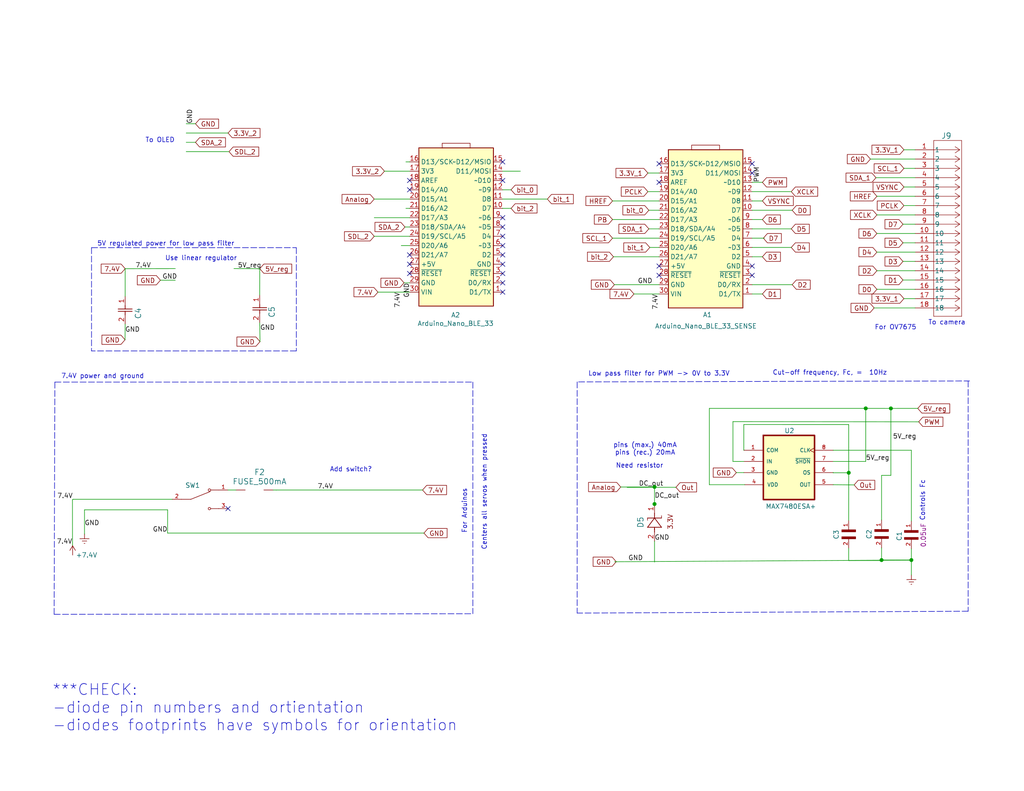
<source format=kicad_sch>
(kicad_sch (version 20231120) (generator "eeschema") (generator_version "8.0")
  (paper "USLetter")
  (lib_symbols
    (symbol "RobotLibrary:+7.4V" (power) (pin_names (offset 0))
      (property "Value" "+7.4V" (at 0 3.556 0))
      (symbol "+7.4V_0_1"
        (polyline (pts (xy -0.762 1.27) (xy 0 2.54)))
        (polyline (pts (xy 0 0) (xy 0 2.54)))
        (polyline (pts (xy 0 2.54) (xy 0.762 1.27)))
      )
      (symbol "+7.4V_1_1"
        (pin power_in line (at 0 0 90) (length 0) hide (name "+9.0V") (number "1"))
      )
    )
    (symbol "RobotSymLib:12065C503JAT2A" (pin_names (offset 1.016))
      (property "Reference" "C" (at 0 3.8109 0))
      (property "Value" "12065C503JAT2A" (at 0 -5.0885 0))
      (symbol "12065C503JAT2A_0_0"
        (rectangle (start 0 -1.9069) (end 0.635 1.905) (stroke (width 0.1)) (fill (type outline)))
        (rectangle (start 1.9069 -1.9069) (end 2.54 1.905) (stroke (width 0.1)) (fill (type outline)))
        (pin passive line (at -2.54 0 0) (length 2.54) (name "~") (number "1"))
        (pin passive line (at 5.08 0 180) (length 2.54) (name "~") (number "2"))
      )
    )
    (symbol "RobotSymLib:12102C104KAT2A" (pin_names (offset 1.016))
      (property "Reference" "C" (at 0 3.8109 0))
      (property "Value" "12102C104KAT2A" (at 0 -5.0885 0))
      (symbol "12102C104KAT2A_0_0"
        (rectangle (start 0 -1.9069) (end 0.635 1.905) (stroke (width 0.1)) (fill (type outline)))
        (rectangle (start 1.9069 -1.9069) (end 2.54 1.905) (stroke (width 0.1)) (fill (type outline)))
        (pin passive line (at -2.54 0 0) (length 2.54) (name "~") (number "1"))
        (pin passive line (at 5.08 0 180) (length 2.54) (name "~") (number "2"))
      )
    )
    (symbol "RobotSymLib:500SSP1S2M2QEA" (pin_names (offset 1.016))
      (property "Reference" "SW" (at -2.54 5.08 0))
      (property "Value" "500SSP1S2M2QEA" (at -2.54 -5.08 0))
      (symbol "500SSP1S2M2QEA_0_0"
        (polyline (pts (xy -2.54 0) (xy -5.08 0)) (stroke (width 0.1524)))
        (polyline (pts (xy -2.54 0) (xy 2.794 2.1336)) (stroke (width 0.1524)))
        (polyline (pts (xy 5.08 -2.54) (xy 2.921 -2.54)) (stroke (width 0.1524)))
        (polyline (pts (xy 5.08 2.54) (xy 2.921 2.54)) (stroke (width 0.1524)))
        (circle (center 2.54 -2.54) (radius 0.3302) (stroke (width 0.1524)))
        (circle (center 2.54 2.54) (radius 0.3302) (stroke (width 0.1524)))
        (pin passive line (at 7.62 2.54 180) (length 2.54) (name "~") (number "1"))
        (pin passive line (at -7.62 0 0) (length 2.54) (name "~") (number "2"))
        (pin passive line (at 7.62 -2.54 180) (length 2.54) (name "~") (number "3"))
      )
    )
    (symbol "RobotSymLib:Arduino_BLE_33"
      (property "Reference" "A1" (at 0 25.654 0))
      (property "Value" "Arduino_BLE_33" (at 0 23.622 0))
      (symbol "Arduino_BLE_33_0_1"
        (rectangle (start -10.16 22.86) (end 10.16 -20.32) (stroke (width 0.254)) (fill (type background)))
        (rectangle (start -3.81 -20.32) (end 3.81 -21.59))
      )
      (symbol "Arduino_BLE_33_1_1"
        (pin bidirectional line (at -12.7 19.05 0) (length 2.54) (name "D1/TX") (number "1"))
        (pin bidirectional line (at -12.7 -3.81 0) (length 2.54) (name "D7") (number "10"))
        (pin bidirectional line (at -12.7 -6.35 0) (length 2.54) (name "D8") (number "11"))
        (pin bidirectional line (at -12.7 -8.89 0) (length 2.54) (name "~D9") (number "12"))
        (pin bidirectional line (at -12.7 -11.43 0) (length 2.54) (name "~D10") (number "13"))
        (pin bidirectional line (at -12.7 -13.97 0) (length 2.54) (name "D11/MOSI") (number "14"))
        (pin bidirectional line (at -12.7 -16.51 0) (length 2.54) (name "~D12/MSIO") (number "15"))
        (pin bidirectional line (at 12.7 -16.51 180) (length 2.54) (name "D13/SCK") (number "16"))
        (pin power_out line (at 12.7 -13.97 180) (length 2.54) (name "3V3") (number "17"))
        (pin input line (at 12.7 -11.43 180) (length 2.54) (name "AREF") (number "18"))
        (pin bidirectional line (at 12.7 -8.89 180) (length 2.54) (name "D14/A0") (number "19"))
        (pin bidirectional line (at -12.7 16.51 0) (length 2.54) (name "D0/RX") (number "2"))
        (pin bidirectional line (at 12.7 -6.35 180) (length 2.54) (name "D15/A1") (number "20"))
        (pin bidirectional line (at 12.7 -3.81 180) (length 2.54) (name "D16/A2") (number "21"))
        (pin bidirectional line (at 12.7 -1.27 180) (length 2.54) (name "D17/A3") (number "22"))
        (pin bidirectional line (at 12.7 1.27 180) (length 2.54) (name "D18/SDA/A4") (number "23"))
        (pin bidirectional line (at 12.7 3.81 180) (length 2.54) (name "D19/SCL/A5") (number "24"))
        (pin bidirectional line (at 12.7 6.35 180) (length 2.54) (name "D20/A6") (number "25"))
        (pin bidirectional line (at 12.7 8.89 180) (length 2.54) (name "D21/A7") (number "26"))
        (pin power_out line (at 12.7 11.43 180) (length 2.54) (name "+5V") (number "27"))
        (pin input line (at 12.7 13.97 180) (length 2.54) (name "~{RESET}") (number "28"))
        (pin power_in line (at 12.7 16.51 180) (length 2.54) (name "GND") (number "29"))
        (pin input line (at -12.7 13.97 0) (length 2.54) (name "~{RESET}") (number "3"))
        (pin power_in line (at 12.7 19.05 180) (length 2.54) (name "VIN") (number "30"))
        (pin power_in line (at -12.7 11.43 0) (length 2.54) (name "GND") (number "4"))
        (pin bidirectional line (at -12.7 8.89 0) (length 2.54) (name "D2") (number "5"))
        (pin bidirectional line (at -12.7 6.35 0) (length 2.54) (name "~D3") (number "6"))
        (pin bidirectional line (at -12.7 3.81 0) (length 2.54) (name "D4") (number "7"))
        (pin bidirectional line (at -12.7 1.27 0) (length 2.54) (name "~D5") (number "8"))
        (pin bidirectional line (at -12.7 -1.27 0) (length 2.54) (name "~D6") (number "9"))
      )
    )
    (symbol "RobotSymLib:BZT52C3V3-7-F" (pin_names (offset 0.254))
      (property "Reference" "CR" (at 5.08 4.445 0))
      (property "Value" "BZT52C3V3-7-F" (at 6.731 -7.239 0))
      (symbol "BZT52C3V3-7-F_0_0"
        (polyline (pts (xy 5.715 1.905) (xy 6.35 1.905)))
        (polyline (pts (xy 6.35 -1.905) (xy 6.985 -1.905)))
        (text "3.3V" (at 5.334 -4.318 0) (effects (font (size 1.27 1.27))))
      )
      (symbol "BZT52C3V3-7-F_1_1"
        (polyline (pts (xy 2.54 0) (xy 3.4798 0)) (stroke (width 0.2032)))
        (polyline (pts (xy 3.175 0) (xy 3.81 0)) (stroke (width 0.2032)))
        (polyline (pts (xy 3.81 -1.905) (xy 6.35 0)) (stroke (width 0.2032)))
        (polyline (pts (xy 3.81 1.905) (xy 3.81 -1.905)) (stroke (width 0.2032)))
        (polyline (pts (xy 6.35 -1.905) (xy 6.35 1.905)) (stroke (width 0.2032)))
        (polyline (pts (xy 6.35 0) (xy 3.81 1.905)) (stroke (width 0.2032)))
        (polyline (pts (xy 6.35 0) (xy 7.62 0)) (stroke (width 0.2032)))
        (pin unspecified line (at 10.16 0 180) (length 2.54) (name "") (number "1"))
        (pin unspecified line (at 0 0 0) (length 2.54) (name "") (number "2"))
      )
      (symbol "BZT52C3V3-7-F_1_2"
        (polyline (pts (xy -1.905 3.81) (xy 1.905 3.81)) (stroke (width 0.2032)))
        (polyline (pts (xy 0 2.54) (xy 0 3.4798)) (stroke (width 0.2032)))
        (polyline (pts (xy 0 3.175) (xy 0 3.81)) (stroke (width 0.2032)))
        (polyline (pts (xy 0 6.35) (xy -1.905 3.81)) (stroke (width 0.2032)))
        (polyline (pts (xy 0 6.35) (xy 0 7.62)) (stroke (width 0.2032)))
        (polyline (pts (xy 1.905 3.81) (xy 0 6.35)) (stroke (width 0.2032)))
        (polyline (pts (xy 1.905 6.35) (xy -1.905 6.35)) (stroke (width 0.2032)))
        (pin unspecified line (at 0 10.16 270) (length 2.54) (name "") (number "1"))
        (pin unspecified line (at 0 0 90) (length 2.54) (name "") (number "2"))
      )
    )
    (symbol "RobotSymLib:CL32A106KAULNNE" (pin_names (offset 0.254))
      (property "Reference" "C" (at 3.81 3.81 0))
      (property "Value" "CL32A106KAULNNE" (at 3.81 -3.81 0))
      (symbol "CL32A106KAULNNE_1_1"
        (polyline (pts (xy 2.54 0) (xy 3.4798 0)) (stroke (width 0.2032)))
        (polyline (pts (xy 3.4798 -1.905) (xy 3.4798 1.905)) (stroke (width 0.2032)))
        (polyline (pts (xy 4.1148 -1.905) (xy 4.1148 1.905)) (stroke (width 0.2032)))
        (polyline (pts (xy 4.1148 0) (xy 5.08 0)) (stroke (width 0.2032)))
        (pin unspecified line (at 0 0 0) (length 2.54) (name "") (number "1"))
        (pin unspecified line (at 7.62 0 180) (length 2.54) (name "") (number "2"))
      )
      (symbol "CL32A106KAULNNE_1_2"
        (polyline (pts (xy -1.905 -4.1148) (xy 1.905 -4.1148)) (stroke (width 0.2032)))
        (polyline (pts (xy -1.905 -3.4798) (xy 1.905 -3.4798)) (stroke (width 0.2032)))
        (polyline (pts (xy 0 -4.1148) (xy 0 -5.08)) (stroke (width 0.2032)))
        (polyline (pts (xy 0 -2.54) (xy 0 -3.4798)) (stroke (width 0.2032)))
        (pin unspecified line (at 0 0 270) (length 2.54) (name "") (number "1"))
        (pin unspecified line (at 0 -7.62 90) (length 2.54) (name "") (number "2"))
      )
    )
    (symbol "RobotSymLib:CL32B475KBUYNNE" (pin_names (offset 0.254))
      (property "Reference" "C" (at 3.81 3.81 0))
      (property "Value" "CL32B475KBUYNNE" (at 3.81 -3.81 0))
      (symbol "CL32B475KBUYNNE_1_1"
        (polyline (pts (xy 2.54 0) (xy 3.4798 0)) (stroke (width 0.2032)))
        (polyline (pts (xy 3.4798 -1.905) (xy 3.4798 1.905)) (stroke (width 0.2032)))
        (polyline (pts (xy 4.1148 -1.905) (xy 4.1148 1.905)) (stroke (width 0.2032)))
        (polyline (pts (xy 4.1148 0) (xy 5.08 0)) (stroke (width 0.2032)))
        (pin unspecified line (at 0 0 0) (length 2.54) (name "") (number "1"))
        (pin unspecified line (at 7.62 0 180) (length 2.54) (name "") (number "2"))
      )
      (symbol "CL32B475KBUYNNE_1_2"
        (polyline (pts (xy -1.905 -4.1148) (xy 1.905 -4.1148)) (stroke (width 0.2032)))
        (polyline (pts (xy -1.905 -3.4798) (xy 1.905 -3.4798)) (stroke (width 0.2032)))
        (polyline (pts (xy 0 -4.1148) (xy 0 -5.08)) (stroke (width 0.2032)))
        (polyline (pts (xy 0 -2.54) (xy 0 -3.4798)) (stroke (width 0.2032)))
        (pin unspecified line (at 0 0 270) (length 2.54) (name "") (number "1"))
        (pin unspecified line (at 0 -7.62 90) (length 2.54) (name "") (number "2"))
      )
    )
    (symbol "RobotSymLib:GNDREF" (power) (pin_names (offset 0))
      (property "Value" "GNDREF" (at 0 -3.81 0))
      (symbol "GNDREF_0_1"
        (polyline (pts (xy -0.635 -1.905) (xy 0.635 -1.905)))
        (polyline (pts (xy -0.127 -2.54) (xy 0.127 -2.54)))
        (polyline (pts (xy 0 -1.27) (xy 0 0)))
        (polyline (pts (xy 1.27 -1.27) (xy -1.27 -1.27)))
      )
      (symbol "GNDREF_1_1"
        (pin power_in line (at 0 0 270) (length 0) hide (name "GNDREF") (number "1"))
      )
    )
    (symbol "RobotSymLib:MAX7480ESA+" (pin_names (offset 1.016))
      (property "Reference" "U2" (at 5.842 16.51 0))
      (property "Value" "MAX7480ESA+" (at -4.826 -4.318 0))
      (symbol "MAX7480ESA+_0_0"
        (rectangle (start -12.7 15.24) (end 1.27 -2.286) (stroke (width 0.41)) (fill (type background)))
        (pin input line (at 6.604 11.176 180) (length 5.08) (name "COM") (number "1"))
        (pin input line (at 6.604 8.128 180) (length 5.08) (name "IN") (number "2"))
        (pin unspecified line (at 6.604 5.08 180) (length 5.08) (name "GND") (number "3"))
        (pin power_in line (at 6.35 1.778 180) (length 5.08) (name "VDD") (number "4"))
        (pin output line (at -17.78 1.778 0) (length 5.08) (name "OUT") (number "5"))
        (pin input line (at -17.78 5.08 0) (length 5.08) (name "OS") (number "6"))
        (pin input line (at -17.78 8.128 0) (length 5.08) (name "~{SHDN}") (number "7"))
        (pin input clock (at -17.78 11.176 0) (length 5.08) (name "CLK") (number "8"))
      )
    )
    (symbol "RobotSymLib:RKEF050HF" (pin_numbers hide) (pin_names hide)
      (property "Reference" "F" (at 6.456 4.8636 0))
      (property "Value" "FUSE_500mA" (at 6.456 2.3236 0))
      (symbol "RKEF050HF_1_1"
        (pin unspecified line (at 0 0 0) (length 2.54) (name "1") (number "1"))
        (pin unspecified line (at 10.16 0 180) (length 2.54) (name "2") (number "2"))
      )
    )
    (symbol "myKiCadGlobalSymbolLibrary:525591853" (pin_names (offset 0.254))
      (property "Reference" "J9" (at 14.224 -22.098 0))
      (symbol "525591853_1_1"
        (polyline (pts (xy 5.08 -45.466) (xy 12.7 -45.466)) (stroke (width 0.127)))
        (polyline (pts (xy 5.08 2.54) (xy 5.08 -45.466)) (stroke (width 0.127)))
        (polyline (pts (xy 11.938 -43.18) (xy 5.08 -43.18)) (stroke (width 0.127)))
        (polyline (pts (xy 11.938 -40.64) (xy 5.08 -40.64)) (stroke (width 0.127)))
        (polyline (pts (xy 11.938 -15.24) (xy 5.08 -15.24)) (stroke (width 0.127)))
        (polyline (pts (xy 12.192 -43.18) (xy 10.922 -44.0267)) (stroke (width 0.127)))
        (polyline (pts (xy 12.192 -43.18) (xy 10.922 -42.3333)) (stroke (width 0.127)))
        (polyline (pts (xy 12.192 -40.64) (xy 10.922 -41.4867)) (stroke (width 0.127)))
        (polyline (pts (xy 12.192 -40.64) (xy 10.922 -39.7933)) (stroke (width 0.127)))
        (polyline (pts (xy 12.192 -38.1) (xy 5.08 -38.1)))
        (polyline (pts (xy 12.192 -38.1) (xy 10.922 -38.9467)) (stroke (width 0.127)))
        (polyline (pts (xy 12.192 -38.1) (xy 10.922 -37.2533)) (stroke (width 0.127)))
        (polyline (pts (xy 12.192 -35.56) (xy 5.08 -35.56)) (stroke (width 0.127)))
        (polyline (pts (xy 12.192 -35.56) (xy 10.922 -36.4067)) (stroke (width 0.127)))
        (polyline (pts (xy 12.192 -35.56) (xy 10.922 -34.7133)) (stroke (width 0.127)))
        (polyline (pts (xy 12.192 -33.02) (xy 5.08 -33.02)) (stroke (width 0.127)))
        (polyline (pts (xy 12.192 -33.02) (xy 10.922 -33.8667)) (stroke (width 0.127)))
        (polyline (pts (xy 12.192 -33.02) (xy 10.922 -32.1733)) (stroke (width 0.127)))
        (polyline (pts (xy 12.192 -30.48) (xy 5.08 -30.48)) (stroke (width 0.127)))
        (polyline (pts (xy 12.192 -30.48) (xy 10.922 -31.3267)) (stroke (width 0.127)))
        (polyline (pts (xy 12.192 -30.48) (xy 10.922 -29.6333)) (stroke (width 0.127)))
        (polyline (pts (xy 12.192 -27.94) (xy 5.08 -27.94)) (stroke (width 0.127)))
        (polyline (pts (xy 12.192 -27.94) (xy 10.922 -28.7867)) (stroke (width 0.127)))
        (polyline (pts (xy 12.192 -27.94) (xy 10.922 -27.0933)) (stroke (width 0.127)))
        (polyline (pts (xy 12.192 -25.4) (xy 5.08 -25.4)) (stroke (width 0.127)))
        (polyline (pts (xy 12.192 -25.4) (xy 10.922 -26.2467)) (stroke (width 0.127)))
        (polyline (pts (xy 12.192 -25.4) (xy 10.922 -24.5533)) (stroke (width 0.127)))
        (polyline (pts (xy 12.192 -22.86) (xy 5.08 -22.86)) (stroke (width 0.127)))
        (polyline (pts (xy 12.192 -22.86) (xy 10.922 -23.7067)) (stroke (width 0.127)))
        (polyline (pts (xy 12.192 -22.86) (xy 10.922 -22.0133)) (stroke (width 0.127)))
        (polyline (pts (xy 12.192 -20.32) (xy 5.08 -20.32)) (stroke (width 0.127)))
        (polyline (pts (xy 12.192 -20.32) (xy 10.922 -21.1667)) (stroke (width 0.127)))
        (polyline (pts (xy 12.192 -20.32) (xy 10.922 -19.4733)) (stroke (width 0.127)))
        (polyline (pts (xy 12.192 -17.78) (xy 5.08 -17.78)) (stroke (width 0.127)))
        (polyline (pts (xy 12.192 -17.78) (xy 10.922 -18.6267)) (stroke (width 0.127)))
        (polyline (pts (xy 12.192 -17.78) (xy 10.922 -16.9333)) (stroke (width 0.127)))
        (polyline (pts (xy 12.192 -15.24) (xy 10.922 -16.0867)) (stroke (width 0.127)))
        (polyline (pts (xy 12.192 -15.24) (xy 10.922 -14.3933)) (stroke (width 0.127)))
        (polyline (pts (xy 12.192 -12.7) (xy 5.08 -12.7)) (stroke (width 0.127)))
        (polyline (pts (xy 12.192 -12.7) (xy 10.922 -13.5467)) (stroke (width 0.127)))
        (polyline (pts (xy 12.192 -12.7) (xy 10.922 -11.8533)) (stroke (width 0.127)))
        (polyline (pts (xy 12.192 -10.16) (xy 5.08 -10.16)) (stroke (width 0.127)))
        (polyline (pts (xy 12.192 -10.16) (xy 10.922 -11.0067)) (stroke (width 0.127)))
        (polyline (pts (xy 12.192 -10.16) (xy 10.922 -9.3133)) (stroke (width 0.127)))
        (polyline (pts (xy 12.192 -7.62) (xy 5.08 -7.62)) (stroke (width 0.127)))
        (polyline (pts (xy 12.192 -7.62) (xy 10.922 -8.4667)) (stroke (width 0.127)))
        (polyline (pts (xy 12.192 -7.62) (xy 10.922 -6.7733)) (stroke (width 0.127)))
        (polyline (pts (xy 12.192 -5.08) (xy 5.08 -5.08)) (stroke (width 0.127)))
        (polyline (pts (xy 12.192 -5.08) (xy 10.922 -5.9267)) (stroke (width 0.127)))
        (polyline (pts (xy 12.192 -5.08) (xy 10.922 -4.2333)) (stroke (width 0.127)))
        (polyline (pts (xy 12.192 -2.54) (xy 5.08 -2.54)) (stroke (width 0.127)))
        (polyline (pts (xy 12.192 -2.54) (xy 10.922 -3.3867)) (stroke (width 0.127)))
        (polyline (pts (xy 12.192 -2.54) (xy 10.922 -1.6933)) (stroke (width 0.127)))
        (polyline (pts (xy 12.192 0) (xy 5.08 0)) (stroke (width 0.127)))
        (polyline (pts (xy 12.192 0) (xy 10.922 -0.8467)) (stroke (width 0.127)))
        (polyline (pts (xy 12.192 0) (xy 10.922 0.8467)) (stroke (width 0.127)))
        (polyline (pts (xy 12.7 -45.466) (xy 12.7 2.54)) (stroke (width 0.127)))
        (polyline (pts (xy 12.7 2.54) (xy 5.08 2.54)) (stroke (width 0.127)))
        (pin unspecified line (at 0 0 0) (length 5.08) (name "1") (number "1"))
        (pin unspecified line (at 0 -22.86 0) (length 5.08) (name "10") (number "10"))
        (pin unspecified line (at 0 -25.4 0) (length 5.08) (name "11") (number "11"))
        (pin unspecified line (at 0 -27.94 0) (length 5.08) (name "12") (number "12"))
        (pin unspecified line (at 0 -30.48 0) (length 5.08) (name "13") (number "13"))
        (pin unspecified line (at 0 -33.02 0) (length 5.08) (name "14") (number "14"))
        (pin unspecified line (at 0 -35.56 0) (length 5.08) (name "15") (number "15"))
        (pin unspecified line (at 0 -38.1 0) (length 5.08) (name "16") (number "16"))
        (pin unspecified line (at 0 -40.64 0) (length 5.08) (name "17") (number "17"))
        (pin unspecified line (at 0 -43.18 0) (length 5.08) (name "18") (number "18"))
        (pin unspecified line (at 0 -2.54 0) (length 5.08) (name "2") (number "2"))
        (pin unspecified line (at 0 -5.08 0) (length 5.08) (name "3") (number "3"))
        (pin unspecified line (at 0 -7.62 0) (length 5.08) (name "4") (number "4"))
        (pin unspecified line (at 0 -10.16 0) (length 5.08) (name "5") (number "5"))
        (pin unspecified line (at 0 -12.7 0) (length 5.08) (name "6") (number "6"))
        (pin unspecified line (at 0 -15.24 0) (length 5.08) (name "7") (number "7"))
        (pin unspecified line (at 0 -17.78 0) (length 5.08) (name "8") (number "8"))
        (pin unspecified line (at 0 -20.32 0) (length 5.08) (name "9") (number "9"))
      )
      (symbol "525591853_1_2"
        (polyline (pts (xy 5.08 -40.64) (xy 12.7 -40.64)) (stroke (width 0.127)))
        (polyline (pts (xy 5.08 2.54) (xy 5.08 -40.64)) (stroke (width 0.127)))
        (polyline (pts (xy 7.62 -38.1) (xy 5.08 -38.1)) (stroke (width 0.127)))
        (polyline (pts (xy 7.62 -38.1) (xy 8.89 -38.9467)) (stroke (width 0.127)))
        (polyline (pts (xy 7.62 -38.1) (xy 8.89 -37.2533)) (stroke (width 0.127)))
        (polyline (pts (xy 7.62 -35.56) (xy 5.08 -35.56)) (stroke (width 0.127)))
        (polyline (pts (xy 7.62 -35.56) (xy 8.89 -36.4067)) (stroke (width 0.127)))
        (polyline (pts (xy 7.62 -35.56) (xy 8.89 -34.7133)) (stroke (width 0.127)))
        (polyline (pts (xy 7.62 -33.02) (xy 5.08 -33.02)) (stroke (width 0.127)))
        (polyline (pts (xy 7.62 -33.02) (xy 8.89 -33.8667)) (stroke (width 0.127)))
        (polyline (pts (xy 7.62 -33.02) (xy 8.89 -32.1733)) (stroke (width 0.127)))
        (polyline (pts (xy 7.62 -30.48) (xy 5.08 -30.48)) (stroke (width 0.127)))
        (polyline (pts (xy 7.62 -30.48) (xy 8.89 -31.3267)) (stroke (width 0.127)))
        (polyline (pts (xy 7.62 -30.48) (xy 8.89 -29.6333)) (stroke (width 0.127)))
        (polyline (pts (xy 7.62 -27.94) (xy 5.08 -27.94)) (stroke (width 0.127)))
        (polyline (pts (xy 7.62 -27.94) (xy 8.89 -28.7867)) (stroke (width 0.127)))
        (polyline (pts (xy 7.62 -27.94) (xy 8.89 -27.0933)) (stroke (width 0.127)))
        (polyline (pts (xy 7.62 -25.4) (xy 5.08 -25.4)) (stroke (width 0.127)))
        (polyline (pts (xy 7.62 -25.4) (xy 8.89 -26.2467)) (stroke (width 0.127)))
        (polyline (pts (xy 7.62 -25.4) (xy 8.89 -24.5533)) (stroke (width 0.127)))
        (polyline (pts (xy 7.62 -22.86) (xy 5.08 -22.86)) (stroke (width 0.127)))
        (polyline (pts (xy 7.62 -22.86) (xy 8.89 -23.7067)) (stroke (width 0.127)))
        (polyline (pts (xy 7.62 -22.86) (xy 8.89 -22.0133)) (stroke (width 0.127)))
        (polyline (pts (xy 7.62 -20.32) (xy 5.08 -20.32)) (stroke (width 0.127)))
        (polyline (pts (xy 7.62 -20.32) (xy 8.89 -21.1667)) (stroke (width 0.127)))
        (polyline (pts (xy 7.62 -20.32) (xy 8.89 -19.4733)) (stroke (width 0.127)))
        (polyline (pts (xy 7.62 -17.78) (xy 5.08 -17.78)) (stroke (width 0.127)))
        (polyline (pts (xy 7.62 -17.78) (xy 8.89 -18.6267)) (stroke (width 0.127)))
        (polyline (pts (xy 7.62 -17.78) (xy 8.89 -16.9333)) (stroke (width 0.127)))
        (polyline (pts (xy 7.62 -15.24) (xy 5.08 -15.24)) (stroke (width 0.127)))
        (polyline (pts (xy 7.62 -15.24) (xy 8.89 -16.0867)) (stroke (width 0.127)))
        (polyline (pts (xy 7.62 -15.24) (xy 8.89 -14.3933)) (stroke (width 0.127)))
        (polyline (pts (xy 7.62 -12.7) (xy 5.08 -12.7)) (stroke (width 0.127)))
        (polyline (pts (xy 7.62 -12.7) (xy 8.89 -13.5467)) (stroke (width 0.127)))
        (polyline (pts (xy 7.62 -12.7) (xy 8.89 -11.8533)) (stroke (width 0.127)))
        (polyline (pts (xy 7.62 -10.16) (xy 5.08 -10.16)) (stroke (width 0.127)))
        (polyline (pts (xy 7.62 -10.16) (xy 8.89 -11.0067)) (stroke (width 0.127)))
        (polyline (pts (xy 7.62 -10.16) (xy 8.89 -9.3133)) (stroke (width 0.127)))
        (polyline (pts (xy 7.62 -7.62) (xy 5.08 -7.62)) (stroke (width 0.127)))
        (polyline (pts (xy 7.62 -7.62) (xy 8.89 -8.4667)) (stroke (width 0.127)))
        (polyline (pts (xy 7.62 -7.62) (xy 8.89 -6.7733)) (stroke (width 0.127)))
        (polyline (pts (xy 7.62 -5.08) (xy 5.08 -5.08)) (stroke (width 0.127)))
        (polyline (pts (xy 7.62 -5.08) (xy 8.89 -5.9267)) (stroke (width 0.127)))
        (polyline (pts (xy 7.62 -5.08) (xy 8.89 -4.2333)) (stroke (width 0.127)))
        (polyline (pts (xy 7.62 -2.54) (xy 5.08 -2.54)) (stroke (width 0.127)))
        (polyline (pts (xy 7.62 -2.54) (xy 8.89 -3.3867)) (stroke (width 0.127)))
        (polyline (pts (xy 7.62 -2.54) (xy 8.89 -1.6933)) (stroke (width 0.127)))
        (polyline (pts (xy 7.62 0) (xy 5.08 0)) (stroke (width 0.127)))
        (polyline (pts (xy 7.62 0) (xy 8.89 -0.8467)) (stroke (width 0.127)))
        (polyline (pts (xy 7.62 0) (xy 8.89 0.8467)) (stroke (width 0.127)))
        (polyline (pts (xy 12.7 -40.64) (xy 12.7 2.54)) (stroke (width 0.127)))
        (polyline (pts (xy 12.7 2.54) (xy 5.08 2.54)) (stroke (width 0.127)))
        (pin unspecified line (at 0 0 0) (length 5.08) (name "1") (number "1"))
        (pin unspecified line (at 0 -22.86 0) (length 5.08) (name "10") (number "10"))
        (pin unspecified line (at 0 -25.4 0) (length 5.08) (name "11") (number "11"))
        (pin unspecified line (at 0 -27.94 0) (length 5.08) (name "12") (number "12"))
        (pin unspecified line (at 0 -30.48 0) (length 5.08) (name "13") (number "13"))
        (pin unspecified line (at 0 -33.02 0) (length 5.08) (name "14") (number "14"))
        (pin unspecified line (at 0 -35.56 0) (length 5.08) (name "15") (number "15"))
        (pin unspecified line (at 0 -38.1 0) (length 5.08) (name "16") (number "16"))
        (pin unspecified line (at 0 -2.54 0) (length 5.08) (name "2") (number "2"))
        (pin unspecified line (at 0 -5.08 0) (length 5.08) (name "3") (number "3"))
        (pin unspecified line (at 0 -7.62 0) (length 5.08) (name "4") (number "4"))
        (pin unspecified line (at 0 -10.16 0) (length 5.08) (name "5") (number "5"))
        (pin unspecified line (at 0 -12.7 0) (length 5.08) (name "6") (number "6"))
        (pin unspecified line (at 0 -15.24 0) (length 5.08) (name "7") (number "7"))
        (pin unspecified line (at 0 -17.78 0) (length 5.08) (name "8") (number "8"))
        (pin unspecified line (at 0 -20.32 0) (length 5.08) (name "9") (number "9"))
      )
    )
    (symbol "myKiCadGlobalSymbolLibrary:GNDREF" (power) (pin_names (offset 0))
      (property "Value" "GNDREF" (at 0 -3.81 0))
      (symbol "GNDREF_0_1"
        (polyline (pts (xy -0.635 -1.905) (xy 0.635 -1.905)))
        (polyline (pts (xy -0.127 -2.54) (xy 0.127 -2.54)))
        (polyline (pts (xy 0 -1.27) (xy 0 0)))
        (polyline (pts (xy 1.27 -1.27) (xy -1.27 -1.27)))
      )
      (symbol "GNDREF_1_1"
        (pin power_in line (at 0 0 270) (length 0) hide (name "GNDREF") (number "1"))
      )
    )
  )
  (junction (at 178.5874 137.6163))
  (junction (at 231.582 129.0738))
  (junction (at 178.5909 132.9423))
  (junction (at 243.078 111.506))
  (junction (at 240.538 152.908))
  (junction (at 236.22 111.4976))
  (junction (at 248.666 152.908))
  (no_connect (at 179.832 44.704))
  (no_connect (at 111.76 49.276))
  (no_connect (at 111.76 74.676))
  (no_connect (at 137.16 72.136))
  (no_connect (at 137.16 49.276))
  (no_connect (at 137.16 69.596))
  (no_connect (at 205.232 44.704))
  (no_connect (at 137.16 77.216))
  (no_connect (at 137.16 44.196))
  (no_connect (at 137.16 79.756))
  (no_connect (at 205.232 75.184))
  (no_connect (at 137.16 67.056))
  (no_connect (at 137.16 74.676))
  (no_connect (at 137.16 61.976))
  (no_connect (at 111.76 72.136))
  (no_connect (at 205.232 47.244))
  (no_connect (at 179.832 49.784))
  (no_connect (at 137.16 64.516))
  (no_connect (at 205.232 72.644))
  (no_connect (at 111.76 69.596))
  (no_connect (at 137.16 59.436))
  (no_connect (at 62.2171 138.8634))
  (no_connect (at 111.76 51.816))
  (no_connect (at 179.832 75.184))
  (no_connect (at 179.832 72.644))
  (wire (pts (xy 139.446 51.816) (xy 137.16 51.816)))
  (polyline (pts (xy 14.9731 104.3194) (xy 129.0191 104.3194)) (stroke (width 0) (type dash)))
  (wire (pts (xy 246.38 66.294) (xy 249.682 66.294)))
  (wire (pts (xy 240.538 129.794) (xy 240.538 141.986)))
  (wire (pts (xy 19.8949 136.3234) (xy 19.8949 136.4106)))
  (wire (pts (xy 50.8 41.402) (xy 62.484 41.402)))
  (wire (pts (xy 227.33 125.984) (xy 236.22 125.984)))
  (wire (pts (xy 205.232 67.564) (xy 215.9 67.564)))
  (wire (pts (xy 243.078 111.506) (xy 243.0883 111.3097)))
  (wire (pts (xy 167.132 54.864) (xy 179.832 54.864)))
  (wire (pts (xy 238.506 84.074) (xy 249.682 84.074)))
  (wire (pts (xy 102.108 64.516) (xy 111.76 64.516)))
  (wire (pts (xy 205.232 59.944) (xy 208.026 59.944)))
  (wire (pts (xy 75.3737 133.7846) (xy 74.5361 133.7834)))
  (wire (pts (xy 240.538 152.908) (xy 248.666 152.908)))
  (polyline (pts (xy 80.8536 67.6159) (xy 80.8536 95.8099)) (stroke (width 0) (type dash)))
  (wire (pts (xy 110.744 56.896) (xy 111.76 56.896)))
  (polyline (pts (xy 24.9736 67.6159) (xy 24.9736 95.8099)) (stroke (width 0) (type dash)))
  (wire (pts (xy 239.268 53.594) (xy 249.682 53.594)))
  (wire (pts (xy 200.914 129.032) (xy 202.946 129.032)))
  (wire (pts (xy 62.2171 133.7834) (xy 64.3761 133.7834)))
  (wire (pts (xy 243.078 111.506) (xy 250.4137 111.4976)))
  (wire (pts (xy 246.634 45.974) (xy 249.682 45.974)))
  (wire (pts (xy 110.49 61.976) (xy 111.76 61.976)))
  (wire (pts (xy 179.832 80.264) (xy 172.974 80.264)))
  (wire (pts (xy 102.108 59.436) (xy 111.76 59.436)))
  (wire (pts (xy 34.1525 73.3579) (xy 34.1525 80.8898)))
  (wire (pts (xy 50.8 38.862) (xy 53.34 38.862)))
  (wire (pts (xy 231.5718 115.9118) (xy 231.581 129.1604)))
  (polyline (pts (xy 129.0191 104.3194) (xy 129.0191 167.5654)) (stroke (width 0) (type dash)))
  (wire (pts (xy 23.0565 139.1923) (xy 23.0565 145.8086)))
  (wire (pts (xy 203.2 132.334) (xy 193.548 132.334)))
  (wire (pts (xy 249.682 48.514) (xy 239.014 48.514)))
  (wire (pts (xy 231.581 129.1604) (xy 231.582 129.0738)))
  (polyline (pts (xy 157.861 104.2661) (xy 264.541 104.0121)) (stroke (width 0) (type dash)))
  (wire (pts (xy 246.38 76.454) (xy 249.682 76.454)))
  (wire (pts (xy 193.5417 111.4976) (xy 236.22 111.4976)))
  (wire (pts (xy 239.268 63.754) (xy 249.682 63.754)))
  (wire (pts (xy 248.666 149.86) (xy 248.666 152.908)))
  (wire (pts (xy 179.832 47.244) (xy 176.784 47.244)))
  (wire (pts (xy 205.232 70.104) (xy 208.026 70.104)))
  (wire (pts (xy 178.5874 137.6163) (xy 178.6451 137.3767)))
  (wire (pts (xy 246.634 51.054) (xy 249.682 51.054)))
  (wire (pts (xy 193.548 132.334) (xy 193.5417 111.4976)))
  (wire (pts (xy 178.5874 147.7763) (xy 178.5874 153.4747)))
  (wire (pts (xy 19.7846 148.8269) (xy 19.7545 148.8566)))
  (wire (pts (xy 167.132 65.024) (xy 179.832 65.024)))
  (wire (pts (xy 246.38 61.214) (xy 249.682 61.214)))
  (wire (pts (xy 239.268 58.674) (xy 249.682 58.674)))
  (wire (pts (xy 179.832 70.104) (xy 167.386 70.104)))
  (wire (pts (xy 246.634 40.894) (xy 249.682 40.894)))
  (wire (pts (xy 110.744 44.196) (xy 111.76 44.196)))
  (wire (pts (xy 239.268 73.914) (xy 249.682 73.914)))
  (wire (pts (xy 239.268 78.994) (xy 249.682 78.994)))
  (wire (pts (xy 199.9863 125.9907) (xy 202.946 125.984)))
  (wire (pts (xy 205.232 62.484) (xy 215.9 62.484)))
  (wire (pts (xy 250.4137 111.4976) (xy 250.4137 111.5096)))
  (polyline (pts (xy 80.8536 95.8099) (xy 24.9736 95.8099)) (stroke (width 0) (type dash)))
  (wire (pts (xy 75.3737 133.7834) (xy 115.3031 133.7834)))
  (wire (pts (xy 104.902 46.736) (xy 111.76 46.736)))
  (wire (pts (xy 19.7687 136.4106) (xy 19.7846 148.8269)))
  (wire (pts (xy 50.8 36.322) (xy 62.23 36.322)))
  (wire (pts (xy 50.8 33.782) (xy 53.34 33.782)))
  (wire (pts (xy 250.6702 115.1635) (xy 199.9863 115.109)))
  (polyline (pts (xy 14.9731 104.3194) (xy 14.7687 167.7265)) (stroke (width 0) (type dash)))
  (wire (pts (xy 45.7447 139.1923) (xy 45.72 145.542)))
  (wire (pts (xy 243.078 129.794) (xy 240.538 129.794)))
  (wire (pts (xy 240.538 152.908) (xy 240.538 153.0359)))
  (wire (pts (xy 70.866 88.138) (xy 70.9476 93.2699)))
  (wire (pts (xy 205.232 57.404) (xy 216.154 57.404)))
  (wire (pts (xy 231.582 129.0738) (xy 231.5711 142.073)))
  (wire (pts (xy 236.22 111.4976) (xy 243.078 111.506)))
  (wire (pts (xy 205.232 52.324) (xy 215.9 52.324)))
  (wire (pts (xy 137.16 46.736) (xy 141.986 46.736)))
  (wire (pts (xy 178.5874 137.6163) (xy 178.5909 132.9423)))
  (wire (pts (xy 171.1233 133.0185) (xy 184.4294 133.0443)))
  (wire (pts (xy 34.1525 88.5098) (xy 34.1176 92.7619)))
  (wire (pts (xy 177.038 57.404) (xy 179.832 57.404)))
  (wire (pts (xy 177.038 62.484) (xy 179.832 62.484)))
  (wire (pts (xy 243.078 111.506) (xy 243.078 129.794)))
  (wire (pts (xy 70.8766 73.3579) (xy 70.866 80.518)))
  (wire (pts (xy 109.474 67.056) (xy 111.76 67.056)))
  (wire (pts (xy 177.292 67.564) (xy 179.832 67.564)))
  (wire (pts (xy 246.38 71.374) (xy 249.682 71.374)))
  (wire (pts (xy 111.76 79.756) (xy 103.124 79.756)))
  (wire (pts (xy 168.1372 153.3643) (xy 248.6674 152.908)))
  (wire (pts (xy 231.5711 153.0359) (xy 240.538 153.0359)))
  (wire (pts (xy 75.3737 133.7846) (xy 75.3737 133.7834)))
  (wire (pts (xy 176.784 52.324) (xy 179.832 52.324)))
  (wire (pts (xy 240.538 152.908) (xy 240.538 149.606)))
  (wire (pts (xy 248.666 122.936) (xy 248.666 142.24)))
  (wire (pts (xy 137.16 54.356) (xy 149.352 54.356)))
  (wire (pts (xy 246.634 56.134) (xy 249.682 56.134)))
  (wire (pts (xy 237.49 43.434) (xy 249.682 43.434)))
  (wire (pts (xy 227.33 122.936) (xy 248.666 122.936)))
  (wire (pts (xy 63.8356 73.3309) (xy 70.8766 73.3579)))
  (wire (pts (xy 19.8949 136.3234) (xy 46.9771 136.3234)))
  (wire (pts (xy 205.232 65.024) (xy 208.534 65.024)))
  (wire (pts (xy 205.232 54.864) (xy 208.026 54.864)))
  (wire (pts (xy 236.22 111.4976) (xy 236.22 125.984)))
  (wire (pts (xy 178.5909 132.9423) (xy 169.3677 132.9676)))
  (polyline (pts (xy 264.16 104.0121) (xy 264.16 166.878)) (stroke (width 0) (type dash)))
  (polyline (pts (xy 24.9736 67.6159) (xy 80.8536 67.6159)) (stroke (width 0) (type dash)))
  (wire (pts (xy 202.946 115.9066) (xy 231.5718 115.9118)))
  (wire (pts (xy 227.3392 129.0726) (xy 231.582 129.0738)))
  (wire (pts (xy 45.72 145.542) (xy 115.6817 145.542)))
  (wire (pts (xy 239.268 68.834) (xy 249.682 68.834)))
  (wire (pts (xy 45.7447 139.1923) (xy 23.0565 139.1923)))
  (wire (pts (xy 248.666 156.972) (xy 248.666 152.908)))
  (wire (pts (xy 43.7696 76.5059) (xy 47.8336 76.5059)))
  (wire (pts (xy 34.1525 73.3579) (xy 47.8336 73.3309)))
  (wire (pts (xy 168.1372 153.3643) (xy 167.6654 153.3643)))
  (wire (pts (xy 110.236 77.216) (xy 111.76 77.216)))
  (wire (pts (xy 227.3392 129.0726) (xy 227.33 129.032)))
  (wire (pts (xy 167.64 77.724) (xy 179.832 77.724)))
  (wire (pts (xy 227.33 132.334) (xy 233.0487 132.3939)))
  (wire (pts (xy 248.666 152.908) (xy 248.6674 152.908)))
  (wire (pts (xy 137.16 56.896) (xy 139.446 56.896)))
  (wire (pts (xy 246.634 81.534) (xy 249.682 81.534)))
  (wire (pts (xy 205.232 80.264) (xy 208.026 80.264)))
  (polyline (pts (xy 157.48 104.2661) (xy 157.48 167.386)) (stroke (width 0) (type dash)))
  (wire (pts (xy 102.108 54.356) (xy 111.76 54.356)))
  (wire (pts (xy 205.232 77.724) (xy 216.154 77.724)))
  (polyline (pts (xy 264.16 166.878) (xy 157.48 167.386)) (stroke (width 0) (type dash)))
  (wire (pts (xy 231.5711 149.693) (xy 231.5711 153.0359)))
  (wire (pts (xy 202.946 122.936) (xy 202.946 115.9066)))
  (wire (pts (xy 171.1233 133.0185) (xy 178.5909 132.9423)))
  (wire (pts (xy 205.232 49.784) (xy 208.026 49.784)))
  (wire (pts (xy 199.9863 115.109) (xy 199.9863 125.9907)))
  (wire (pts (xy 167.132 59.944) (xy 179.832 59.944)))
  (polyline (pts (xy 14.7687 167.7265) (xy 129.0191 167.5654)) (stroke (width 0) (type dash)))
  (text "Cut-off frequency, Fc, =  10Hz" (at 242.062 102.616 0) (effects (font (size 1.27 1.27)) (justify right bottom)))
  (text "pins (max.) 40mA\npins (rec.) 20mA" (at 176.022 122.682 0) (effects (font (size 1.27 1.27))))
  (text "Controls Fc" (at 252.476 131.064 90) (effects (font (size 1.27 1.27)) (justify right bottom)))
  (text "***CHECK:\n-diode pin numbers and ortientation\n-diodes footprints have symbols for orientation" (at 14.224 199.898 0) (effects (font (size 3 3)) (justify left bottom)))
  (text "Use linear regulator" (at 54.864 70.612 0) (effects (font (size 1.27 1.27))))
  (text "Add switch?" (at 95.758 128.27 0) (effects (font (size 1.27 1.27))))
  (text "5V regulated power for low pass filter" (at 26.4976 67.3619 0) (effects (font (size 1.27 1.27)) (justify left bottom)))
  (text "For OV7675" (at 238.633 90.2462 0) (effects (font (size 1.27 1.27)) (justify left bottom)))
  (text "Need resistor\n" (at 174.498 127.254 0) (effects (font (size 1.27 1.27))))
  (text "To OLED" (at 39.624 39.116 0) (effects (font (size 1.27 1.27)) (justify left bottom)))
  (text "Low pass filter for PWM -> 0V to 3.3V" (at 199.136 102.87 0) (effects (font (size 1.27 1.27)) (justify right bottom)))
  (text "For Arduinos" (at 127.4951 145.7214 90) (effects (font (size 1.27 1.27)) (justify left bottom)))
  (text "7.4V power and ground" (at 39.3571 103.5574 0) (effects (font (size 1.27 1.27)) (justify right bottom)))
  (text "To camera" (at 253.238 88.9 0) (effects (font (size 1.27 1.27)) (justify left bottom)))
  (text "Centers all servos when pressed" (at 132.8928 150.2918 90) (effects (font (size 1.27 1.27)) (justify left bottom)))
  (label "7.4V" (at 19.8949 136.4106 180))
  (label "GND" (at 45.72 145.542 180))
  (label "7.4V" (at 19.7545 148.8566 180))
  (label "5V_reg" (at 236.22 125.984 0))
  (label "DC_out" (at 174.2694 133.0393 0))
  (label "GND" (at 70.9476 90.4759 0))
  (label "GND" (at 112.014 77.216 270))
  (label "7.4V" (at 179.832 80.264 270))
  (label "7.4V" (at 109.474 79.756 270))
  (label "5V_reg" (at 243.586 120.142 0))
  (label "GND" (at 34.1176 90.9839 0))
  (label "7.4V" (at 90.9191 133.7834 180))
  (label "PWM" (at 207.518 49.784 90))
  (label "7.4V" (at 36.9116 73.4579 0))
  (label "GND" (at 178.054 77.724 180))
  (label "GND" (at 171.3955 153.3458 0))
  (label "GND" (at 52.832 33.782 90))
  (label "DC_out" (at 178.5884 136.3012 0))
  (label "GND" (at 178.5874 147.7763 0))
  (label "GND" (at 23.0565 143.8075 0))
  (label "GND" (at 44.2776 76.5059 0))
  (label "5V_reg" (at 64.8516 73.4579 0))
  (global_label "VSYNC" (shape input) (at 246.634 51.054 180) (property "Intersheetrefs" "${INTERSHEET_REFS}" (effects (hide yes))))
  (global_label "PCLK" (shape input) (at 176.784 52.324 180) (property "Intersheetrefs" "${INTERSHEET_REFS}" (effects (hide yes))))
  (global_label "3.3V_2" (shape input) (at 104.902 46.736 180) (property "Intersheetrefs" "${INTERSHEET_REFS}" (effects (hide yes))))
  (global_label "PB" (shape input) (at 167.132 59.944 180) (property "Intersheetrefs" "${INTERSHEET_REFS}" (effects (hide yes))))
  (global_label "HREF" (shape input) (at 167.132 54.864 180) (property "Intersheetrefs" "${INTERSHEET_REFS}" (effects (hide yes))))
  (global_label "bit_1" (shape input) (at 149.352 54.356 0) (property "Intersheetrefs" "${INTERSHEET_REFS}" (effects (hide yes))))
  (global_label "SDA_2" (shape input) (at 53.34 38.862 0) (property "Intersheetrefs" "${INTERSHEET_REFS}" (effects (hide yes))))
  (global_label "D1" (shape input) (at 208.026 80.264 0) (property "Intersheetrefs" "${INTERSHEET_REFS}" (effects (hide yes))))
  (global_label "7.4V" (shape input) (at 103.124 79.756 180) (property "Intersheetrefs" "${INTERSHEET_REFS}" (effects (hide yes))))
  (global_label "SDL_2" (shape input) (at 62.484 41.402 0) (property "Intersheetrefs" "${INTERSHEET_REFS}" (effects (hide yes))))
  (global_label "GND" (shape input) (at 168.1372 153.3643 180) (property "Intersheetrefs" "${INTERSHEET_REFS}" (effects (hide yes))))
  (global_label "bit_2" (shape input) (at 167.386 70.104 180) (property "Intersheetrefs" "${INTERSHEET_REFS}" (effects (hide yes))))
  (global_label "GND" (shape input) (at 237.49 43.434 180) (property "Intersheetrefs" "${INTERSHEET_REFS}" (effects (hide yes))))
  (global_label "3.3V_1" (shape input) (at 246.634 40.894 180) (property "Intersheetrefs" "${INTERSHEET_REFS}" (effects (hide yes))))
  (global_label "D2" (shape input) (at 216.154 77.724 0) (property "Intersheetrefs" "${INTERSHEET_REFS}" (effects (hide yes))))
  (global_label "bit_0" (shape input) (at 139.446 51.816 0) (property "Intersheetrefs" "${INTERSHEET_REFS}" (effects (hide yes))))
  (global_label "SDA_1" (shape input) (at 177.038 62.484 180) (property "Intersheetrefs" "${INTERSHEET_REFS}" (effects (hide yes))))
  (global_label "VSYNC" (shape input) (at 208.026 54.864 0) (property "Intersheetrefs" "${INTERSHEET_REFS}" (effects (hide yes))))
  (global_label "D7" (shape input) (at 208.28 65.024 0) (property "Intersheetrefs" "${INTERSHEET_REFS}" (effects (hide yes))))
  (global_label "bit_2" (shape input) (at 139.446 56.896 0) (property "Intersheetrefs" "${INTERSHEET_REFS}" (effects (hide yes))))
  (global_label "D3" (shape input) (at 208.026 70.104 0) (property "Intersheetrefs" "${INTERSHEET_REFS}" (effects (hide yes))))
  (global_label "5V_reg" (shape input) (at 250.4137 111.5096 0) (property "Intersheetrefs" "${INTERSHEET_REFS}" (effects (hide yes))))
  (global_label "GND" (shape input) (at 200.914 129.032 180) (property "Intersheetrefs" "${INTERSHEET_REFS}" (effects (hide yes))))
  (global_label "D7" (shape input) (at 246.38 61.214 180) (property "Intersheetrefs" "${INTERSHEET_REFS}" (effects (hide yes))))
  (global_label "D5" (shape input) (at 215.9 62.484 0) (property "Intersheetrefs" "${INTERSHEET_REFS}" (effects (hide yes))))
  (global_label "D3" (shape input) (at 246.38 71.374 180) (property "Intersheetrefs" "${INTERSHEET_REFS}" (effects (hide yes))))
  (global_label "GND" (shape input) (at 110.236 77.216 180) (property "Intersheetrefs" "${INTERSHEET_REFS}" (effects (hide yes))))
  (global_label "Analog" (shape input) (at 102.108 54.356 180) (property "Intersheetrefs" "${INTERSHEET_REFS}" (effects (hide yes))))
  (global_label "7.4V" (shape input) (at 172.974 80.264 180) (property "Intersheetrefs" "${INTERSHEET_REFS}" (effects (hide yes))))
  (global_label "D0" (shape input) (at 239.268 78.994 180) (property "Intersheetrefs" "${INTERSHEET_REFS}" (effects (hide yes))))
  (global_label "GND" (shape input) (at 115.6817 145.542 0) (property "Intersheetrefs" "${INTERSHEET_REFS}" (effects (hide yes))))
  (global_label "GND" (shape input) (at 167.64 77.724 180) (property "Intersheetrefs" "${INTERSHEET_REFS}" (effects (hide yes))))
  (global_label "7.4V" (shape input) (at 34.1525 73.3579 180) (property "Intersheetrefs" "${INTERSHEET_REFS}" (effects (hide yes))))
  (global_label "SCL_1" (shape input) (at 246.634 45.974 180) (property "Intersheetrefs" "${INTERSHEET_REFS}" (effects (hide yes))))
  (global_label "Out" (shape input) (at 184.4294 133.0443 0) (property "Intersheetrefs" "${INTERSHEET_REFS}" (effects (hide yes))))
  (global_label "PCLK" (shape input) (at 246.634 56.134 180) (property "Intersheetrefs" "${INTERSHEET_REFS}" (effects (hide yes))))
  (global_label "GND" (shape input) (at 70.9476 93.2699 180) (property "Intersheetrefs" "${INTERSHEET_REFS}" (effects (hide yes))))
  (global_label "3.3V_1" (shape input) (at 176.784 47.244 180) (property "Intersheetrefs" "${INTERSHEET_REFS}" (effects (hide yes))))
  (global_label "bit_0" (shape input) (at 177.038 57.404 180) (property "Intersheetrefs" "${INTERSHEET_REFS}" (effects (hide yes))))
  (global_label "GND" (shape input) (at 53.34 33.782 0) (property "Intersheetrefs" "${INTERSHEET_REFS}" (effects (hide yes))))
  (global_label "GND" (shape input) (at 238.506 84.074 180) (property "Intersheetrefs" "${INTERSHEET_REFS}" (effects (hide yes))))
  (global_label "D2" (shape input) (at 239.268 73.914 180) (property "Intersheetrefs" "${INTERSHEET_REFS}" (effects (hide yes))))
  (global_label "HREF" (shape input) (at 239.268 53.594 180) (property "Intersheetrefs" "${INTERSHEET_REFS}" (effects (hide yes))))
  (global_label "Out" (shape input) (at 233.0487 132.3939 0) (property "Intersheetrefs" "${INTERSHEET_REFS}" (effects (hide yes))))
  (global_label "D4" (shape input) (at 239.268 68.834 180) (property "Intersheetrefs" "${INTERSHEET_REFS}" (effects (hide yes))))
  (global_label "XCLK" (shape input) (at 215.9 52.324 0) (property "Intersheetrefs" "${INTERSHEET_REFS}" (effects (hide yes))))
  (global_label "PWM" (shape input) (at 250.6702 115.1635 0) (property "Intersheetrefs" "${INTERSHEET_REFS}" (effects (hide yes))))
  (global_label "SDA_1" (shape input) (at 239.014 48.514 180) (property "Intersheetrefs" "${INTERSHEET_REFS}" (effects (hide yes))))
  (global_label "GND" (shape input) (at 34.1176 92.7619 180) (property "Intersheetrefs" "${INTERSHEET_REFS}" (effects (hide yes))))
  (global_label "XCLK" (shape input) (at 239.268 58.674 180) (property "Intersheetrefs" "${INTERSHEET_REFS}" (effects (hide yes))))
  (global_label "D1" (shape input) (at 246.38 76.454 180) (property "Intersheetrefs" "${INTERSHEET_REFS}" (effects (hide yes))))
  (global_label "GND" (shape input) (at 43.7696 76.5059 180) (property "Intersheetrefs" "${INTERSHEET_REFS}" (effects (hide yes))))
  (global_label "SDA_2" (shape input) (at 110.49 61.976 180) (property "Intersheetrefs" "${INTERSHEET_REFS}" (effects (hide yes))))
  (global_label "bit_1" (shape input) (at 177.292 67.564 180) (property "Intersheetrefs" "${INTERSHEET_REFS}" (effects (hide yes))))
  (global_label "3.3V_2" (shape input) (at 62.23 36.322 0) (property "Intersheetrefs" "${INTERSHEET_REFS}" (effects (hide yes))))
  (global_label "7.4V" (shape input) (at 115.3031 133.7834 0) (property "Intersheetrefs" "${INTERSHEET_REFS}" (effects (hide yes))))
  (global_label "5V_reg" (shape input) (at 70.8766 73.3579 0) (property "Intersheetrefs" "${INTERSHEET_REFS}" (effects (hide yes))))
  (global_label "D4" (shape input) (at 215.9 67.564 0) (property "Intersheetrefs" "${INTERSHEET_REFS}" (effects (hide yes))))
  (global_label "SCL_1" (shape input) (at 167.132 65.024 180) (property "Intersheetrefs" "${INTERSHEET_REFS}" (effects (hide yes))))
  (global_label "D6" (shape input) (at 208.026 59.944 0) (property "Intersheetrefs" "${INTERSHEET_REFS}" (effects (hide yes))))
  (global_label "D0" (shape input) (at 216.154 57.404 0) (property "Intersheetrefs" "${INTERSHEET_REFS}" (effects (hide yes))))
  (global_label "PWM" (shape input) (at 208.026 49.784 0) (property "Intersheetrefs" "${INTERSHEET_REFS}" (effects (hide yes))))
  (global_label "D6" (shape input) (at 239.268 63.754 180) (property "Intersheetrefs" "${INTERSHEET_REFS}" (effects (hide yes))))
  (global_label "Analog" (shape input) (at 169.3677 132.9676 180) (property "Intersheetrefs" "${INTERSHEET_REFS}" (effects (hide yes))))
  (global_label "D5" (shape input) (at 246.38 66.294 180) (property "Intersheetrefs" "${INTERSHEET_REFS}" (effects (hide yes))))
  (global_label "3.3V_1" (shape input) (at 246.634 81.534 180) (property "Intersheetrefs" "${INTERSHEET_REFS}" (effects (hide yes))))
  (global_label "SDL_2" (shape input) (at 102.108 64.516 180) (property "Intersheetrefs" "${INTERSHEET_REFS}" (effects (hide yes))))
  (symbol (lib_id "RobotSymLib:Arduino_BLE_33") (at 192.532 61.214 180) (unit 1)
    (property "Reference" "A1" (at 193.0146 85.9282 0))
    (property "Value" "Arduino_Nano_BLE_33_SENSE" (at 192.6082 89.027 0))
    (property "Footprint" "RobotFtpLib:Nano33BLE_with_headers" (effects (hide yes)))
    (property "Datasheet" "https://www.arduino.cc/en/uploads/Main/ArduinoNanoManual23.pdf.TBD" (effects (hide yes)))
  )
  (symbol (lib_id "RobotSymLib:BZT52C3V3-7-F") (at 178.5874 147.7763 90) (unit 1)
    (property "Reference" "D5" (at 174.7774 144.2203 0) (effects (font (size 1.524 1.524)) (justify left)))
    (property "Value" "BZT52C3V3-7-F" (effects (hide yes)))
    (property "Footprint" "RobotFtpLib:BZT52C3V3-7-F" (effects (hide yes)))
    (property "Datasheet" "BZT52C3V3-7-F" (effects (hide yes)))
  )
  (symbol (lib_id "RobotSymLib:500SSP1S2M2QEA") (at 54.5971 136.3234 0) (unit 1)
    (property "Reference" "SW1" (at 52.5651 132.5134 0))
    (property "Value" "500SSP1S2M2QEA" (effects (hide yes)))
    (property "Footprint" "SW_500SSP1S2M2QEA" (effects (hide yes)))
    (property "PARTREV" "C" (effects (hide yes)))
    (property "STANDARD" "Manufacturer Recommendations" (effects (hide yes)))
    (property "MAXIMUM_PACKAGE_HEIGHT" "13.59mm" (effects (hide yes)))
    (property "MANUFACTURER" "E-switch" (effects (hide yes)))
  )
  (symbol (lib_id "RobotSymLib:CL32B475KBUYNNE") (at 34.1525 80.8898 270) (unit 1)
    (property "Reference" "C4" (at 37.7085 83.9378 0) (effects (font (size 1.524 1.524)) (justify left)))
    (property "Value" "CL32B475KBUYNNE" (effects (hide yes)))
    (property "Footprint" "RobotFtpLib:CL32B475KBUYNNE" (effects (hide yes)))
    (property "Datasheet" "CL32B475KBUYNNE" (effects (hide yes)))
  )
  (symbol (lib_id "RobotSymLib:12102C104KAT2A") (at 240.538 144.526 270) (unit 1)
    (property "Reference" "C2" (at 237.1344 145.8722 0))
    (property "Value" "12102C104KAT2A" (effects (hide yes)))
    (property "Footprint" "RobotFtpLib:12102C104KAT2A" (effects (hide yes)))
  )
  (symbol (lib_id "RobotSymLib:CL32A106KAULNNE") (at 70.866 80.518 270) (unit 1)
    (property "Reference" "C5" (at 74.168 83.566 0) (effects (font (size 1.524 1.524)) (justify left)))
    (property "Value" "CL32A106KAULNNE" (effects (hide yes)))
    (property "Footprint" "RobotFtpLib:CL32A106KAULNNE" (effects (hide yes)))
    (property "Datasheet" "CL32A106KAULNNE" (effects (hide yes)))
  )
  (symbol (lib_id "RobotSymLib:12102C104KAT2A") (at 231.5711 144.613 270) (unit 1)
    (property "Reference" "C3" (at 228.1675 145.9592 0))
    (property "Value" "12102C104KAT2A" (effects (hide yes)))
    (property "Footprint" "RobotFtpLib:12102C104KAT2A" (effects (hide yes)))
  )
  (symbol (lib_id "RobotSymLib:RKEF050HF") (at 64.3761 133.7834 0) (unit 1)
    (property "Reference" "F2" (at 70.8321 128.9198 0) (effects (font (size 1.524 1.524))))
    (property "Value" "FUSE_500mA" (at 70.8321 131.4598 0) (effects (font (size 1.524 1.524))))
    (property "Footprint" "RobotFtpLib:RKEF050HF" (effects (hide yes)))
  )
  (symbol (lib_id "RobotSymLib:MAX7480ESA+") (at 209.55 134.112 0) (mirror y) (unit 1)
    (property "Reference" "U2" (at 215.392 117.602 0))
    (property "Value" "MAX7480ESA+" (at 215.7984 138.2522 0))
    (property "Footprint" "RobotFtpLib:MAX7480ESA" (effects (hide yes)))
  )
  (symbol (lib_id "myKiCadGlobalSymbolLibrary:525591853") (at 249.682 40.894 0) (unit 1)
    (property "Reference" "J9" (at 256.794 37.084 0) (effects (font (size 1.524 1.524)) (justify left)))
    (property "Value" "0525591853" (effects (hide yes)))
    (property "Footprint" "RobotFtpLib:525591853" (effects (hide yes)))
    (property "Datasheet" "559171630" (effects (hide yes)))
  )
  (symbol (lib_id "RobotSymLib:12065C503JAT2A") (at 248.666 144.78 270) (unit 1)
    (property "Reference" "C1" (at 245.364 145.034 0) (effects (justify left)))
    (property "Value" "12065C503JAT2A" (effects (hide yes)))
    (property "Footprint" "RobotFtpLib:12065C503JAT2A" (effects (hide yes)))
    (property "Capacitance" "0.05uF" (at 251.968 142.748 0) (effects (justify left)))
  )
  (symbol (lib_id "myKiCadGlobalSymbolLibrary:GNDREF") (at 248.666 156.972 0) (unit 1)
    (property "Reference" "#PWR0103" (effects (hide yes)))
    (property "Value" "GNDREF" (effects (hide yes)))
  )
  (symbol (lib_id "RobotLibrary:+7.4V") (at 19.8185 151.5493 0) (unit 1)
    (property "Reference" "#PWR0101" (effects (hide yes)))
    (property "Value" "+7.4V" (at 23.6285 151.5493 0))
    (property "Description" "Power symbol creates a global label with name \"+9.0V\"" (effects (hide yes)))
  )
  (symbol (lib_id "RobotSymLib:GNDREF") (at 23.0565 145.8086 0) (mirror y) (unit 1)
    (property "Reference" "#PWR0102" (effects (hide yes)))
    (property "Value" "GNDREF" (effects (hide yes)))
    (property "Description" "Power symbol creates a global label with name \"GNDREF\" , reference supply ground" (effects (hide yes)))
  )
  (symbol (lib_id "RobotSymLib:Arduino_BLE_33") (at 124.46 60.706 180) (unit 1)
    (property "Reference" "A2" (at 124.3076 86.0044 0))
    (property "Value" "Arduino_Nano_BLE_33" (at 124.3076 88.3158 0))
    (property "Footprint" "RobotFtpLib:Nano33BLE_with_headers" (effects (hide yes)))
    (property "Datasheet" "https://www.arduino.cc/en/uploads/Main/ArduinoNanoManual23.pdf.TBD" (effects (hide yes)))
  )
)
</source>
